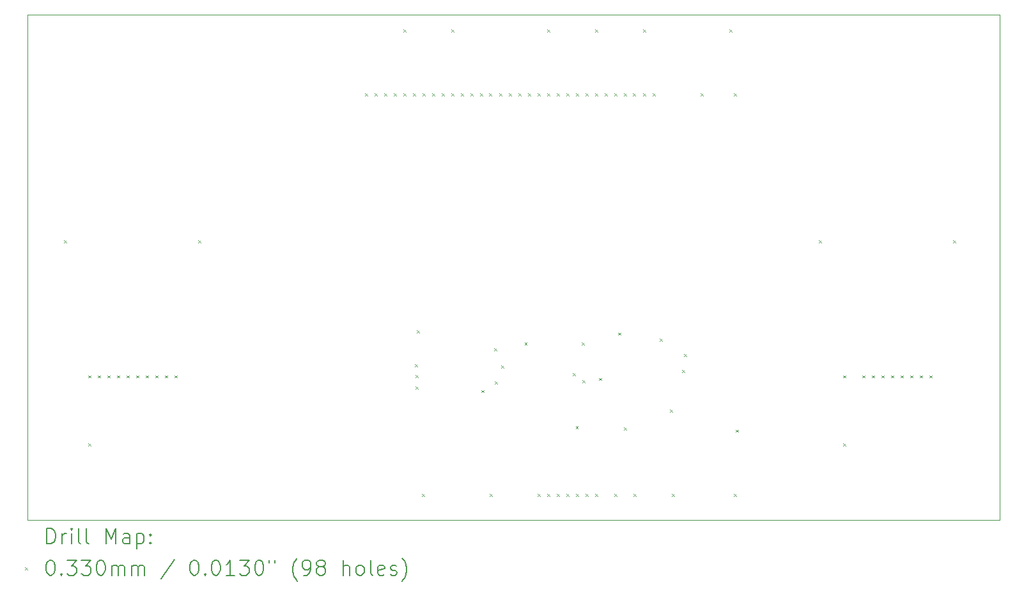
<source format=gbr>
%TF.GenerationSoftware,KiCad,Pcbnew,8.0.3-8.0.3-0~ubuntu24.04.1*%
%TF.CreationDate,2024-07-09T09:35:13+02:00*%
%TF.ProjectId,MainBoard,4d61696e-426f-4617-9264-2e6b69636164,rev?*%
%TF.SameCoordinates,Original*%
%TF.FileFunction,Drillmap*%
%TF.FilePolarity,Positive*%
%FSLAX45Y45*%
G04 Gerber Fmt 4.5, Leading zero omitted, Abs format (unit mm)*
G04 Created by KiCad (PCBNEW 8.0.3-8.0.3-0~ubuntu24.04.1) date 2024-07-09 09:35:13*
%MOMM*%
%LPD*%
G01*
G04 APERTURE LIST*
%ADD10C,0.050000*%
%ADD11C,0.200000*%
%ADD12C,0.100000*%
G04 APERTURE END LIST*
D10*
X2700000Y-4287500D02*
X15579000Y-4287500D01*
X15579000Y-10987500D01*
X2700000Y-10987500D01*
X2700000Y-4287500D01*
D11*
D12*
X3183990Y-7283490D02*
X3217010Y-7316510D01*
X3217010Y-7283490D02*
X3183990Y-7316510D01*
X3501490Y-9970890D02*
X3534510Y-10003910D01*
X3534510Y-9970890D02*
X3501490Y-10003910D01*
X3503490Y-9070890D02*
X3536510Y-9103910D01*
X3536510Y-9070890D02*
X3503490Y-9103910D01*
X3628490Y-9070890D02*
X3661510Y-9103910D01*
X3661510Y-9070890D02*
X3628490Y-9103910D01*
X3757490Y-9070890D02*
X3790510Y-9103910D01*
X3790510Y-9070890D02*
X3757490Y-9103910D01*
X3882490Y-9070890D02*
X3915510Y-9103910D01*
X3915510Y-9070890D02*
X3882490Y-9103910D01*
X4009490Y-9070890D02*
X4042510Y-9103910D01*
X4042510Y-9070890D02*
X4009490Y-9103910D01*
X4136490Y-9070890D02*
X4169510Y-9103910D01*
X4169510Y-9070890D02*
X4136490Y-9103910D01*
X4263490Y-9070890D02*
X4296510Y-9103910D01*
X4296510Y-9070890D02*
X4263490Y-9103910D01*
X4390490Y-9070890D02*
X4423510Y-9103910D01*
X4423510Y-9070890D02*
X4390490Y-9103910D01*
X4517490Y-9070890D02*
X4550510Y-9103910D01*
X4550510Y-9070890D02*
X4517490Y-9103910D01*
X4644490Y-9070890D02*
X4677510Y-9103910D01*
X4677510Y-9070890D02*
X4644490Y-9103910D01*
X4961990Y-7283490D02*
X4995010Y-7316510D01*
X4995010Y-7283490D02*
X4961990Y-7316510D01*
X7167990Y-5333490D02*
X7201010Y-5366510D01*
X7201010Y-5333490D02*
X7167990Y-5366510D01*
X7294990Y-5333490D02*
X7328010Y-5366510D01*
X7328010Y-5333490D02*
X7294990Y-5366510D01*
X7422990Y-5333490D02*
X7456010Y-5366510D01*
X7456010Y-5333490D02*
X7422990Y-5366510D01*
X7548990Y-5333490D02*
X7582010Y-5366510D01*
X7582010Y-5333490D02*
X7548990Y-5366510D01*
X7675990Y-4488490D02*
X7709010Y-4521510D01*
X7709010Y-4488490D02*
X7675990Y-4521510D01*
X7675990Y-5333490D02*
X7709010Y-5366510D01*
X7709010Y-5333490D02*
X7675990Y-5366510D01*
X7802990Y-5333490D02*
X7836010Y-5366510D01*
X7836010Y-5333490D02*
X7802990Y-5366510D01*
X7833490Y-8920990D02*
X7866510Y-8954010D01*
X7866510Y-8920990D02*
X7833490Y-8954010D01*
X7838490Y-9220990D02*
X7871510Y-9254010D01*
X7871510Y-9220990D02*
X7838490Y-9254010D01*
X7843490Y-9063550D02*
X7876510Y-9096570D01*
X7876510Y-9063550D02*
X7843490Y-9096570D01*
X7858490Y-8470990D02*
X7891510Y-8504010D01*
X7891510Y-8470990D02*
X7858490Y-8504010D01*
X7928490Y-10643490D02*
X7961510Y-10676510D01*
X7961510Y-10643490D02*
X7928490Y-10676510D01*
X7929990Y-5333490D02*
X7963010Y-5366510D01*
X7963010Y-5333490D02*
X7929990Y-5366510D01*
X8056990Y-5333490D02*
X8090010Y-5366510D01*
X8090010Y-5333490D02*
X8056990Y-5366510D01*
X8184090Y-5333490D02*
X8217110Y-5366510D01*
X8217110Y-5333490D02*
X8184090Y-5366510D01*
X8310990Y-4488490D02*
X8344010Y-4521510D01*
X8344010Y-4488490D02*
X8310990Y-4521510D01*
X8310990Y-5333490D02*
X8344010Y-5366510D01*
X8344010Y-5333490D02*
X8310990Y-5366510D01*
X8437990Y-5333490D02*
X8471010Y-5366510D01*
X8471010Y-5333490D02*
X8437990Y-5366510D01*
X8564990Y-5333490D02*
X8598010Y-5366510D01*
X8598010Y-5333490D02*
X8564990Y-5366510D01*
X8691990Y-5333490D02*
X8725010Y-5366510D01*
X8725010Y-5333490D02*
X8691990Y-5366510D01*
X8710510Y-9265990D02*
X8743530Y-9299010D01*
X8743530Y-9265990D02*
X8710510Y-9299010D01*
X8816990Y-5333490D02*
X8850010Y-5366510D01*
X8850010Y-5333490D02*
X8816990Y-5366510D01*
X8818990Y-10643490D02*
X8852010Y-10676510D01*
X8852010Y-10643490D02*
X8818990Y-10676510D01*
X8878490Y-8710990D02*
X8911510Y-8744010D01*
X8911510Y-8710990D02*
X8878490Y-8744010D01*
X8890990Y-9153490D02*
X8924010Y-9186510D01*
X8924010Y-9153490D02*
X8890990Y-9186510D01*
X8945990Y-5333490D02*
X8979010Y-5366510D01*
X8979010Y-5333490D02*
X8945990Y-5366510D01*
X8973490Y-8935990D02*
X9006510Y-8969010D01*
X9006510Y-8935990D02*
X8973490Y-8969010D01*
X9072990Y-5333490D02*
X9106010Y-5366510D01*
X9106010Y-5333490D02*
X9072990Y-5366510D01*
X9199990Y-5333490D02*
X9233010Y-5366510D01*
X9233010Y-5333490D02*
X9199990Y-5366510D01*
X9283490Y-8633490D02*
X9316510Y-8666510D01*
X9316510Y-8633490D02*
X9283490Y-8666510D01*
X9327990Y-5333490D02*
X9361010Y-5366510D01*
X9361010Y-5333490D02*
X9327990Y-5366510D01*
X9453990Y-5333490D02*
X9487010Y-5366510D01*
X9487010Y-5333490D02*
X9453990Y-5366510D01*
X9453990Y-10643490D02*
X9487010Y-10676510D01*
X9487010Y-10643490D02*
X9453990Y-10676510D01*
X9580490Y-10643490D02*
X9613510Y-10676510D01*
X9613510Y-10643490D02*
X9580490Y-10676510D01*
X9580990Y-4488490D02*
X9614010Y-4521510D01*
X9614010Y-4488490D02*
X9580990Y-4521510D01*
X9580990Y-5333490D02*
X9614010Y-5366510D01*
X9614010Y-5333490D02*
X9580990Y-5366510D01*
X9707990Y-5333490D02*
X9741010Y-5366510D01*
X9741010Y-5333490D02*
X9707990Y-5366510D01*
X9707990Y-10643490D02*
X9741010Y-10676510D01*
X9741010Y-10643490D02*
X9707990Y-10676510D01*
X9834990Y-5333490D02*
X9868010Y-5366510D01*
X9868010Y-5333490D02*
X9834990Y-5366510D01*
X9834990Y-10643490D02*
X9868010Y-10676510D01*
X9868010Y-10643490D02*
X9834990Y-10676510D01*
X9923490Y-9043490D02*
X9956510Y-9076510D01*
X9956510Y-9043490D02*
X9923490Y-9076510D01*
X9960990Y-9743490D02*
X9994010Y-9776510D01*
X9994010Y-9743490D02*
X9960990Y-9776510D01*
X9961990Y-5333490D02*
X9995010Y-5366510D01*
X9995010Y-5333490D02*
X9961990Y-5366510D01*
X9961990Y-10643490D02*
X9995010Y-10676510D01*
X9995010Y-10643490D02*
X9961990Y-10676510D01*
X10043490Y-8633490D02*
X10076510Y-8666510D01*
X10076510Y-8633490D02*
X10043490Y-8666510D01*
X10048490Y-9137240D02*
X10081510Y-9170260D01*
X10081510Y-9137240D02*
X10048490Y-9170260D01*
X10088990Y-10643490D02*
X10122010Y-10676510D01*
X10122010Y-10643490D02*
X10088990Y-10676510D01*
X10089090Y-5333490D02*
X10122110Y-5366510D01*
X10122110Y-5333490D02*
X10089090Y-5366510D01*
X10215990Y-4488490D02*
X10249010Y-4521510D01*
X10249010Y-4488490D02*
X10215990Y-4521510D01*
X10215990Y-5333490D02*
X10249010Y-5366510D01*
X10249010Y-5333490D02*
X10215990Y-5366510D01*
X10215990Y-10643490D02*
X10249010Y-10676510D01*
X10249010Y-10643490D02*
X10215990Y-10676510D01*
X10269490Y-9104990D02*
X10302510Y-9138010D01*
X10302510Y-9104990D02*
X10269490Y-9138010D01*
X10342990Y-5333490D02*
X10376010Y-5366510D01*
X10376010Y-5333490D02*
X10342990Y-5366510D01*
X10469990Y-5333490D02*
X10503010Y-5366510D01*
X10503010Y-5333490D02*
X10469990Y-5366510D01*
X10469990Y-10643490D02*
X10503010Y-10676510D01*
X10503010Y-10643490D02*
X10469990Y-10676510D01*
X10520990Y-8503490D02*
X10554010Y-8536510D01*
X10554010Y-8503490D02*
X10520990Y-8536510D01*
X10596990Y-5333490D02*
X10630010Y-5366510D01*
X10630010Y-5333490D02*
X10596990Y-5366510D01*
X10596990Y-9758490D02*
X10630010Y-9791510D01*
X10630010Y-9758490D02*
X10596990Y-9791510D01*
X10721990Y-5333490D02*
X10755010Y-5366510D01*
X10755010Y-5333490D02*
X10721990Y-5366510D01*
X10723990Y-10643490D02*
X10757010Y-10676510D01*
X10757010Y-10643490D02*
X10723990Y-10676510D01*
X10850990Y-4488490D02*
X10884010Y-4521510D01*
X10884010Y-4488490D02*
X10850990Y-4521510D01*
X10850990Y-5333490D02*
X10884010Y-5366510D01*
X10884010Y-5333490D02*
X10850990Y-5366510D01*
X10977990Y-5333490D02*
X11011010Y-5366510D01*
X11011010Y-5333490D02*
X10977990Y-5366510D01*
X11070990Y-8583490D02*
X11104010Y-8616510D01*
X11104010Y-8583490D02*
X11070990Y-8616510D01*
X11210990Y-9520990D02*
X11244010Y-9554010D01*
X11244010Y-9520990D02*
X11210990Y-9554010D01*
X11231490Y-10643490D02*
X11264510Y-10676510D01*
X11264510Y-10643490D02*
X11231490Y-10676510D01*
X11373490Y-9001530D02*
X11406510Y-9034550D01*
X11406510Y-9001530D02*
X11373490Y-9034550D01*
X11393490Y-8790990D02*
X11426510Y-8824010D01*
X11426510Y-8790990D02*
X11393490Y-8824010D01*
X11612990Y-5333490D02*
X11646010Y-5366510D01*
X11646010Y-5333490D02*
X11612990Y-5366510D01*
X11993990Y-4488490D02*
X12027010Y-4521510D01*
X12027010Y-4488490D02*
X11993990Y-4521510D01*
X12057490Y-5333490D02*
X12090510Y-5366510D01*
X12090510Y-5333490D02*
X12057490Y-5366510D01*
X12057490Y-10643490D02*
X12090510Y-10676510D01*
X12090510Y-10643490D02*
X12057490Y-10676510D01*
X12083490Y-9790990D02*
X12116510Y-9824010D01*
X12116510Y-9790990D02*
X12083490Y-9824010D01*
X13183990Y-7283490D02*
X13217010Y-7316510D01*
X13217010Y-7283490D02*
X13183990Y-7316510D01*
X13501490Y-9970990D02*
X13534510Y-10004010D01*
X13534510Y-9970990D02*
X13501490Y-10004010D01*
X13503490Y-9070990D02*
X13536510Y-9104010D01*
X13536510Y-9070990D02*
X13503490Y-9104010D01*
X13755490Y-9070990D02*
X13788510Y-9104010D01*
X13788510Y-9070990D02*
X13755490Y-9104010D01*
X13882490Y-9070990D02*
X13915510Y-9104010D01*
X13915510Y-9070990D02*
X13882490Y-9104010D01*
X14009490Y-9070990D02*
X14042510Y-9104010D01*
X14042510Y-9070990D02*
X14009490Y-9104010D01*
X14136490Y-9070990D02*
X14169510Y-9104010D01*
X14169510Y-9070990D02*
X14136490Y-9104010D01*
X14263490Y-9070990D02*
X14296510Y-9104010D01*
X14296510Y-9070990D02*
X14263490Y-9104010D01*
X14390490Y-9070990D02*
X14423510Y-9104010D01*
X14423510Y-9070990D02*
X14390490Y-9104010D01*
X14517490Y-9070990D02*
X14550510Y-9104010D01*
X14550510Y-9070990D02*
X14517490Y-9104010D01*
X14644490Y-9070990D02*
X14677510Y-9104010D01*
X14677510Y-9070990D02*
X14644490Y-9104010D01*
X14961990Y-7283490D02*
X14995010Y-7316510D01*
X14995010Y-7283490D02*
X14961990Y-7316510D01*
D11*
X2958277Y-11301484D02*
X2958277Y-11101484D01*
X2958277Y-11101484D02*
X3005896Y-11101484D01*
X3005896Y-11101484D02*
X3034467Y-11111008D01*
X3034467Y-11111008D02*
X3053515Y-11130055D01*
X3053515Y-11130055D02*
X3063039Y-11149103D01*
X3063039Y-11149103D02*
X3072562Y-11187198D01*
X3072562Y-11187198D02*
X3072562Y-11215769D01*
X3072562Y-11215769D02*
X3063039Y-11253865D01*
X3063039Y-11253865D02*
X3053515Y-11272912D01*
X3053515Y-11272912D02*
X3034467Y-11291960D01*
X3034467Y-11291960D02*
X3005896Y-11301484D01*
X3005896Y-11301484D02*
X2958277Y-11301484D01*
X3158277Y-11301484D02*
X3158277Y-11168150D01*
X3158277Y-11206246D02*
X3167801Y-11187198D01*
X3167801Y-11187198D02*
X3177324Y-11177674D01*
X3177324Y-11177674D02*
X3196372Y-11168150D01*
X3196372Y-11168150D02*
X3215420Y-11168150D01*
X3282086Y-11301484D02*
X3282086Y-11168150D01*
X3282086Y-11101484D02*
X3272562Y-11111008D01*
X3272562Y-11111008D02*
X3282086Y-11120531D01*
X3282086Y-11120531D02*
X3291610Y-11111008D01*
X3291610Y-11111008D02*
X3282086Y-11101484D01*
X3282086Y-11101484D02*
X3282086Y-11120531D01*
X3405896Y-11301484D02*
X3386848Y-11291960D01*
X3386848Y-11291960D02*
X3377324Y-11272912D01*
X3377324Y-11272912D02*
X3377324Y-11101484D01*
X3510658Y-11301484D02*
X3491610Y-11291960D01*
X3491610Y-11291960D02*
X3482086Y-11272912D01*
X3482086Y-11272912D02*
X3482086Y-11101484D01*
X3739229Y-11301484D02*
X3739229Y-11101484D01*
X3739229Y-11101484D02*
X3805896Y-11244341D01*
X3805896Y-11244341D02*
X3872562Y-11101484D01*
X3872562Y-11101484D02*
X3872562Y-11301484D01*
X4053515Y-11301484D02*
X4053515Y-11196722D01*
X4053515Y-11196722D02*
X4043991Y-11177674D01*
X4043991Y-11177674D02*
X4024943Y-11168150D01*
X4024943Y-11168150D02*
X3986848Y-11168150D01*
X3986848Y-11168150D02*
X3967801Y-11177674D01*
X4053515Y-11291960D02*
X4034467Y-11301484D01*
X4034467Y-11301484D02*
X3986848Y-11301484D01*
X3986848Y-11301484D02*
X3967801Y-11291960D01*
X3967801Y-11291960D02*
X3958277Y-11272912D01*
X3958277Y-11272912D02*
X3958277Y-11253865D01*
X3958277Y-11253865D02*
X3967801Y-11234817D01*
X3967801Y-11234817D02*
X3986848Y-11225293D01*
X3986848Y-11225293D02*
X4034467Y-11225293D01*
X4034467Y-11225293D02*
X4053515Y-11215769D01*
X4148753Y-11168150D02*
X4148753Y-11368150D01*
X4148753Y-11177674D02*
X4167801Y-11168150D01*
X4167801Y-11168150D02*
X4205896Y-11168150D01*
X4205896Y-11168150D02*
X4224944Y-11177674D01*
X4224944Y-11177674D02*
X4234467Y-11187198D01*
X4234467Y-11187198D02*
X4243991Y-11206246D01*
X4243991Y-11206246D02*
X4243991Y-11263388D01*
X4243991Y-11263388D02*
X4234467Y-11282436D01*
X4234467Y-11282436D02*
X4224944Y-11291960D01*
X4224944Y-11291960D02*
X4205896Y-11301484D01*
X4205896Y-11301484D02*
X4167801Y-11301484D01*
X4167801Y-11301484D02*
X4148753Y-11291960D01*
X4329705Y-11282436D02*
X4339229Y-11291960D01*
X4339229Y-11291960D02*
X4329705Y-11301484D01*
X4329705Y-11301484D02*
X4320182Y-11291960D01*
X4320182Y-11291960D02*
X4329705Y-11282436D01*
X4329705Y-11282436D02*
X4329705Y-11301484D01*
X4329705Y-11177674D02*
X4339229Y-11187198D01*
X4339229Y-11187198D02*
X4329705Y-11196722D01*
X4329705Y-11196722D02*
X4320182Y-11187198D01*
X4320182Y-11187198D02*
X4329705Y-11177674D01*
X4329705Y-11177674D02*
X4329705Y-11196722D01*
D12*
X2664480Y-11613490D02*
X2697500Y-11646510D01*
X2697500Y-11613490D02*
X2664480Y-11646510D01*
D11*
X2996372Y-11521484D02*
X3015420Y-11521484D01*
X3015420Y-11521484D02*
X3034467Y-11531008D01*
X3034467Y-11531008D02*
X3043991Y-11540531D01*
X3043991Y-11540531D02*
X3053515Y-11559579D01*
X3053515Y-11559579D02*
X3063039Y-11597674D01*
X3063039Y-11597674D02*
X3063039Y-11645293D01*
X3063039Y-11645293D02*
X3053515Y-11683388D01*
X3053515Y-11683388D02*
X3043991Y-11702436D01*
X3043991Y-11702436D02*
X3034467Y-11711960D01*
X3034467Y-11711960D02*
X3015420Y-11721484D01*
X3015420Y-11721484D02*
X2996372Y-11721484D01*
X2996372Y-11721484D02*
X2977324Y-11711960D01*
X2977324Y-11711960D02*
X2967801Y-11702436D01*
X2967801Y-11702436D02*
X2958277Y-11683388D01*
X2958277Y-11683388D02*
X2948753Y-11645293D01*
X2948753Y-11645293D02*
X2948753Y-11597674D01*
X2948753Y-11597674D02*
X2958277Y-11559579D01*
X2958277Y-11559579D02*
X2967801Y-11540531D01*
X2967801Y-11540531D02*
X2977324Y-11531008D01*
X2977324Y-11531008D02*
X2996372Y-11521484D01*
X3148753Y-11702436D02*
X3158277Y-11711960D01*
X3158277Y-11711960D02*
X3148753Y-11721484D01*
X3148753Y-11721484D02*
X3139229Y-11711960D01*
X3139229Y-11711960D02*
X3148753Y-11702436D01*
X3148753Y-11702436D02*
X3148753Y-11721484D01*
X3224943Y-11521484D02*
X3348753Y-11521484D01*
X3348753Y-11521484D02*
X3282086Y-11597674D01*
X3282086Y-11597674D02*
X3310658Y-11597674D01*
X3310658Y-11597674D02*
X3329705Y-11607198D01*
X3329705Y-11607198D02*
X3339229Y-11616722D01*
X3339229Y-11616722D02*
X3348753Y-11635769D01*
X3348753Y-11635769D02*
X3348753Y-11683388D01*
X3348753Y-11683388D02*
X3339229Y-11702436D01*
X3339229Y-11702436D02*
X3329705Y-11711960D01*
X3329705Y-11711960D02*
X3310658Y-11721484D01*
X3310658Y-11721484D02*
X3253515Y-11721484D01*
X3253515Y-11721484D02*
X3234467Y-11711960D01*
X3234467Y-11711960D02*
X3224943Y-11702436D01*
X3415420Y-11521484D02*
X3539229Y-11521484D01*
X3539229Y-11521484D02*
X3472562Y-11597674D01*
X3472562Y-11597674D02*
X3501134Y-11597674D01*
X3501134Y-11597674D02*
X3520182Y-11607198D01*
X3520182Y-11607198D02*
X3529705Y-11616722D01*
X3529705Y-11616722D02*
X3539229Y-11635769D01*
X3539229Y-11635769D02*
X3539229Y-11683388D01*
X3539229Y-11683388D02*
X3529705Y-11702436D01*
X3529705Y-11702436D02*
X3520182Y-11711960D01*
X3520182Y-11711960D02*
X3501134Y-11721484D01*
X3501134Y-11721484D02*
X3443991Y-11721484D01*
X3443991Y-11721484D02*
X3424943Y-11711960D01*
X3424943Y-11711960D02*
X3415420Y-11702436D01*
X3663039Y-11521484D02*
X3682086Y-11521484D01*
X3682086Y-11521484D02*
X3701134Y-11531008D01*
X3701134Y-11531008D02*
X3710658Y-11540531D01*
X3710658Y-11540531D02*
X3720182Y-11559579D01*
X3720182Y-11559579D02*
X3729705Y-11597674D01*
X3729705Y-11597674D02*
X3729705Y-11645293D01*
X3729705Y-11645293D02*
X3720182Y-11683388D01*
X3720182Y-11683388D02*
X3710658Y-11702436D01*
X3710658Y-11702436D02*
X3701134Y-11711960D01*
X3701134Y-11711960D02*
X3682086Y-11721484D01*
X3682086Y-11721484D02*
X3663039Y-11721484D01*
X3663039Y-11721484D02*
X3643991Y-11711960D01*
X3643991Y-11711960D02*
X3634467Y-11702436D01*
X3634467Y-11702436D02*
X3624943Y-11683388D01*
X3624943Y-11683388D02*
X3615420Y-11645293D01*
X3615420Y-11645293D02*
X3615420Y-11597674D01*
X3615420Y-11597674D02*
X3624943Y-11559579D01*
X3624943Y-11559579D02*
X3634467Y-11540531D01*
X3634467Y-11540531D02*
X3643991Y-11531008D01*
X3643991Y-11531008D02*
X3663039Y-11521484D01*
X3815420Y-11721484D02*
X3815420Y-11588150D01*
X3815420Y-11607198D02*
X3824943Y-11597674D01*
X3824943Y-11597674D02*
X3843991Y-11588150D01*
X3843991Y-11588150D02*
X3872563Y-11588150D01*
X3872563Y-11588150D02*
X3891610Y-11597674D01*
X3891610Y-11597674D02*
X3901134Y-11616722D01*
X3901134Y-11616722D02*
X3901134Y-11721484D01*
X3901134Y-11616722D02*
X3910658Y-11597674D01*
X3910658Y-11597674D02*
X3929705Y-11588150D01*
X3929705Y-11588150D02*
X3958277Y-11588150D01*
X3958277Y-11588150D02*
X3977324Y-11597674D01*
X3977324Y-11597674D02*
X3986848Y-11616722D01*
X3986848Y-11616722D02*
X3986848Y-11721484D01*
X4082086Y-11721484D02*
X4082086Y-11588150D01*
X4082086Y-11607198D02*
X4091610Y-11597674D01*
X4091610Y-11597674D02*
X4110658Y-11588150D01*
X4110658Y-11588150D02*
X4139229Y-11588150D01*
X4139229Y-11588150D02*
X4158277Y-11597674D01*
X4158277Y-11597674D02*
X4167801Y-11616722D01*
X4167801Y-11616722D02*
X4167801Y-11721484D01*
X4167801Y-11616722D02*
X4177324Y-11597674D01*
X4177324Y-11597674D02*
X4196372Y-11588150D01*
X4196372Y-11588150D02*
X4224944Y-11588150D01*
X4224944Y-11588150D02*
X4243991Y-11597674D01*
X4243991Y-11597674D02*
X4253515Y-11616722D01*
X4253515Y-11616722D02*
X4253515Y-11721484D01*
X4643991Y-11511960D02*
X4472563Y-11769103D01*
X4901134Y-11521484D02*
X4920182Y-11521484D01*
X4920182Y-11521484D02*
X4939229Y-11531008D01*
X4939229Y-11531008D02*
X4948753Y-11540531D01*
X4948753Y-11540531D02*
X4958277Y-11559579D01*
X4958277Y-11559579D02*
X4967801Y-11597674D01*
X4967801Y-11597674D02*
X4967801Y-11645293D01*
X4967801Y-11645293D02*
X4958277Y-11683388D01*
X4958277Y-11683388D02*
X4948753Y-11702436D01*
X4948753Y-11702436D02*
X4939229Y-11711960D01*
X4939229Y-11711960D02*
X4920182Y-11721484D01*
X4920182Y-11721484D02*
X4901134Y-11721484D01*
X4901134Y-11721484D02*
X4882087Y-11711960D01*
X4882087Y-11711960D02*
X4872563Y-11702436D01*
X4872563Y-11702436D02*
X4863039Y-11683388D01*
X4863039Y-11683388D02*
X4853515Y-11645293D01*
X4853515Y-11645293D02*
X4853515Y-11597674D01*
X4853515Y-11597674D02*
X4863039Y-11559579D01*
X4863039Y-11559579D02*
X4872563Y-11540531D01*
X4872563Y-11540531D02*
X4882087Y-11531008D01*
X4882087Y-11531008D02*
X4901134Y-11521484D01*
X5053515Y-11702436D02*
X5063039Y-11711960D01*
X5063039Y-11711960D02*
X5053515Y-11721484D01*
X5053515Y-11721484D02*
X5043991Y-11711960D01*
X5043991Y-11711960D02*
X5053515Y-11702436D01*
X5053515Y-11702436D02*
X5053515Y-11721484D01*
X5186848Y-11521484D02*
X5205896Y-11521484D01*
X5205896Y-11521484D02*
X5224944Y-11531008D01*
X5224944Y-11531008D02*
X5234468Y-11540531D01*
X5234468Y-11540531D02*
X5243991Y-11559579D01*
X5243991Y-11559579D02*
X5253515Y-11597674D01*
X5253515Y-11597674D02*
X5253515Y-11645293D01*
X5253515Y-11645293D02*
X5243991Y-11683388D01*
X5243991Y-11683388D02*
X5234468Y-11702436D01*
X5234468Y-11702436D02*
X5224944Y-11711960D01*
X5224944Y-11711960D02*
X5205896Y-11721484D01*
X5205896Y-11721484D02*
X5186848Y-11721484D01*
X5186848Y-11721484D02*
X5167801Y-11711960D01*
X5167801Y-11711960D02*
X5158277Y-11702436D01*
X5158277Y-11702436D02*
X5148753Y-11683388D01*
X5148753Y-11683388D02*
X5139229Y-11645293D01*
X5139229Y-11645293D02*
X5139229Y-11597674D01*
X5139229Y-11597674D02*
X5148753Y-11559579D01*
X5148753Y-11559579D02*
X5158277Y-11540531D01*
X5158277Y-11540531D02*
X5167801Y-11531008D01*
X5167801Y-11531008D02*
X5186848Y-11521484D01*
X5443991Y-11721484D02*
X5329706Y-11721484D01*
X5386848Y-11721484D02*
X5386848Y-11521484D01*
X5386848Y-11521484D02*
X5367801Y-11550055D01*
X5367801Y-11550055D02*
X5348753Y-11569103D01*
X5348753Y-11569103D02*
X5329706Y-11578627D01*
X5510658Y-11521484D02*
X5634467Y-11521484D01*
X5634467Y-11521484D02*
X5567801Y-11597674D01*
X5567801Y-11597674D02*
X5596372Y-11597674D01*
X5596372Y-11597674D02*
X5615420Y-11607198D01*
X5615420Y-11607198D02*
X5624944Y-11616722D01*
X5624944Y-11616722D02*
X5634467Y-11635769D01*
X5634467Y-11635769D02*
X5634467Y-11683388D01*
X5634467Y-11683388D02*
X5624944Y-11702436D01*
X5624944Y-11702436D02*
X5615420Y-11711960D01*
X5615420Y-11711960D02*
X5596372Y-11721484D01*
X5596372Y-11721484D02*
X5539229Y-11721484D01*
X5539229Y-11721484D02*
X5520182Y-11711960D01*
X5520182Y-11711960D02*
X5510658Y-11702436D01*
X5758277Y-11521484D02*
X5777325Y-11521484D01*
X5777325Y-11521484D02*
X5796372Y-11531008D01*
X5796372Y-11531008D02*
X5805896Y-11540531D01*
X5805896Y-11540531D02*
X5815420Y-11559579D01*
X5815420Y-11559579D02*
X5824944Y-11597674D01*
X5824944Y-11597674D02*
X5824944Y-11645293D01*
X5824944Y-11645293D02*
X5815420Y-11683388D01*
X5815420Y-11683388D02*
X5805896Y-11702436D01*
X5805896Y-11702436D02*
X5796372Y-11711960D01*
X5796372Y-11711960D02*
X5777325Y-11721484D01*
X5777325Y-11721484D02*
X5758277Y-11721484D01*
X5758277Y-11721484D02*
X5739229Y-11711960D01*
X5739229Y-11711960D02*
X5729706Y-11702436D01*
X5729706Y-11702436D02*
X5720182Y-11683388D01*
X5720182Y-11683388D02*
X5710658Y-11645293D01*
X5710658Y-11645293D02*
X5710658Y-11597674D01*
X5710658Y-11597674D02*
X5720182Y-11559579D01*
X5720182Y-11559579D02*
X5729706Y-11540531D01*
X5729706Y-11540531D02*
X5739229Y-11531008D01*
X5739229Y-11531008D02*
X5758277Y-11521484D01*
X5901134Y-11521484D02*
X5901134Y-11559579D01*
X5977325Y-11521484D02*
X5977325Y-11559579D01*
X6272563Y-11797674D02*
X6263039Y-11788150D01*
X6263039Y-11788150D02*
X6243991Y-11759579D01*
X6243991Y-11759579D02*
X6234468Y-11740531D01*
X6234468Y-11740531D02*
X6224944Y-11711960D01*
X6224944Y-11711960D02*
X6215420Y-11664341D01*
X6215420Y-11664341D02*
X6215420Y-11626246D01*
X6215420Y-11626246D02*
X6224944Y-11578627D01*
X6224944Y-11578627D02*
X6234468Y-11550055D01*
X6234468Y-11550055D02*
X6243991Y-11531008D01*
X6243991Y-11531008D02*
X6263039Y-11502436D01*
X6263039Y-11502436D02*
X6272563Y-11492912D01*
X6358277Y-11721484D02*
X6396372Y-11721484D01*
X6396372Y-11721484D02*
X6415420Y-11711960D01*
X6415420Y-11711960D02*
X6424944Y-11702436D01*
X6424944Y-11702436D02*
X6443991Y-11673865D01*
X6443991Y-11673865D02*
X6453515Y-11635769D01*
X6453515Y-11635769D02*
X6453515Y-11559579D01*
X6453515Y-11559579D02*
X6443991Y-11540531D01*
X6443991Y-11540531D02*
X6434468Y-11531008D01*
X6434468Y-11531008D02*
X6415420Y-11521484D01*
X6415420Y-11521484D02*
X6377325Y-11521484D01*
X6377325Y-11521484D02*
X6358277Y-11531008D01*
X6358277Y-11531008D02*
X6348753Y-11540531D01*
X6348753Y-11540531D02*
X6339229Y-11559579D01*
X6339229Y-11559579D02*
X6339229Y-11607198D01*
X6339229Y-11607198D02*
X6348753Y-11626246D01*
X6348753Y-11626246D02*
X6358277Y-11635769D01*
X6358277Y-11635769D02*
X6377325Y-11645293D01*
X6377325Y-11645293D02*
X6415420Y-11645293D01*
X6415420Y-11645293D02*
X6434468Y-11635769D01*
X6434468Y-11635769D02*
X6443991Y-11626246D01*
X6443991Y-11626246D02*
X6453515Y-11607198D01*
X6567801Y-11607198D02*
X6548753Y-11597674D01*
X6548753Y-11597674D02*
X6539229Y-11588150D01*
X6539229Y-11588150D02*
X6529706Y-11569103D01*
X6529706Y-11569103D02*
X6529706Y-11559579D01*
X6529706Y-11559579D02*
X6539229Y-11540531D01*
X6539229Y-11540531D02*
X6548753Y-11531008D01*
X6548753Y-11531008D02*
X6567801Y-11521484D01*
X6567801Y-11521484D02*
X6605896Y-11521484D01*
X6605896Y-11521484D02*
X6624944Y-11531008D01*
X6624944Y-11531008D02*
X6634468Y-11540531D01*
X6634468Y-11540531D02*
X6643991Y-11559579D01*
X6643991Y-11559579D02*
X6643991Y-11569103D01*
X6643991Y-11569103D02*
X6634468Y-11588150D01*
X6634468Y-11588150D02*
X6624944Y-11597674D01*
X6624944Y-11597674D02*
X6605896Y-11607198D01*
X6605896Y-11607198D02*
X6567801Y-11607198D01*
X6567801Y-11607198D02*
X6548753Y-11616722D01*
X6548753Y-11616722D02*
X6539229Y-11626246D01*
X6539229Y-11626246D02*
X6529706Y-11645293D01*
X6529706Y-11645293D02*
X6529706Y-11683388D01*
X6529706Y-11683388D02*
X6539229Y-11702436D01*
X6539229Y-11702436D02*
X6548753Y-11711960D01*
X6548753Y-11711960D02*
X6567801Y-11721484D01*
X6567801Y-11721484D02*
X6605896Y-11721484D01*
X6605896Y-11721484D02*
X6624944Y-11711960D01*
X6624944Y-11711960D02*
X6634468Y-11702436D01*
X6634468Y-11702436D02*
X6643991Y-11683388D01*
X6643991Y-11683388D02*
X6643991Y-11645293D01*
X6643991Y-11645293D02*
X6634468Y-11626246D01*
X6634468Y-11626246D02*
X6624944Y-11616722D01*
X6624944Y-11616722D02*
X6605896Y-11607198D01*
X6882087Y-11721484D02*
X6882087Y-11521484D01*
X6967801Y-11721484D02*
X6967801Y-11616722D01*
X6967801Y-11616722D02*
X6958277Y-11597674D01*
X6958277Y-11597674D02*
X6939230Y-11588150D01*
X6939230Y-11588150D02*
X6910658Y-11588150D01*
X6910658Y-11588150D02*
X6891610Y-11597674D01*
X6891610Y-11597674D02*
X6882087Y-11607198D01*
X7091610Y-11721484D02*
X7072563Y-11711960D01*
X7072563Y-11711960D02*
X7063039Y-11702436D01*
X7063039Y-11702436D02*
X7053515Y-11683388D01*
X7053515Y-11683388D02*
X7053515Y-11626246D01*
X7053515Y-11626246D02*
X7063039Y-11607198D01*
X7063039Y-11607198D02*
X7072563Y-11597674D01*
X7072563Y-11597674D02*
X7091610Y-11588150D01*
X7091610Y-11588150D02*
X7120182Y-11588150D01*
X7120182Y-11588150D02*
X7139230Y-11597674D01*
X7139230Y-11597674D02*
X7148753Y-11607198D01*
X7148753Y-11607198D02*
X7158277Y-11626246D01*
X7158277Y-11626246D02*
X7158277Y-11683388D01*
X7158277Y-11683388D02*
X7148753Y-11702436D01*
X7148753Y-11702436D02*
X7139230Y-11711960D01*
X7139230Y-11711960D02*
X7120182Y-11721484D01*
X7120182Y-11721484D02*
X7091610Y-11721484D01*
X7272563Y-11721484D02*
X7253515Y-11711960D01*
X7253515Y-11711960D02*
X7243991Y-11692912D01*
X7243991Y-11692912D02*
X7243991Y-11521484D01*
X7424944Y-11711960D02*
X7405896Y-11721484D01*
X7405896Y-11721484D02*
X7367801Y-11721484D01*
X7367801Y-11721484D02*
X7348753Y-11711960D01*
X7348753Y-11711960D02*
X7339230Y-11692912D01*
X7339230Y-11692912D02*
X7339230Y-11616722D01*
X7339230Y-11616722D02*
X7348753Y-11597674D01*
X7348753Y-11597674D02*
X7367801Y-11588150D01*
X7367801Y-11588150D02*
X7405896Y-11588150D01*
X7405896Y-11588150D02*
X7424944Y-11597674D01*
X7424944Y-11597674D02*
X7434468Y-11616722D01*
X7434468Y-11616722D02*
X7434468Y-11635769D01*
X7434468Y-11635769D02*
X7339230Y-11654817D01*
X7510658Y-11711960D02*
X7529706Y-11721484D01*
X7529706Y-11721484D02*
X7567801Y-11721484D01*
X7567801Y-11721484D02*
X7586849Y-11711960D01*
X7586849Y-11711960D02*
X7596372Y-11692912D01*
X7596372Y-11692912D02*
X7596372Y-11683388D01*
X7596372Y-11683388D02*
X7586849Y-11664341D01*
X7586849Y-11664341D02*
X7567801Y-11654817D01*
X7567801Y-11654817D02*
X7539230Y-11654817D01*
X7539230Y-11654817D02*
X7520182Y-11645293D01*
X7520182Y-11645293D02*
X7510658Y-11626246D01*
X7510658Y-11626246D02*
X7510658Y-11616722D01*
X7510658Y-11616722D02*
X7520182Y-11597674D01*
X7520182Y-11597674D02*
X7539230Y-11588150D01*
X7539230Y-11588150D02*
X7567801Y-11588150D01*
X7567801Y-11588150D02*
X7586849Y-11597674D01*
X7663039Y-11797674D02*
X7672563Y-11788150D01*
X7672563Y-11788150D02*
X7691611Y-11759579D01*
X7691611Y-11759579D02*
X7701134Y-11740531D01*
X7701134Y-11740531D02*
X7710658Y-11711960D01*
X7710658Y-11711960D02*
X7720182Y-11664341D01*
X7720182Y-11664341D02*
X7720182Y-11626246D01*
X7720182Y-11626246D02*
X7710658Y-11578627D01*
X7710658Y-11578627D02*
X7701134Y-11550055D01*
X7701134Y-11550055D02*
X7691611Y-11531008D01*
X7691611Y-11531008D02*
X7672563Y-11502436D01*
X7672563Y-11502436D02*
X7663039Y-11492912D01*
M02*

</source>
